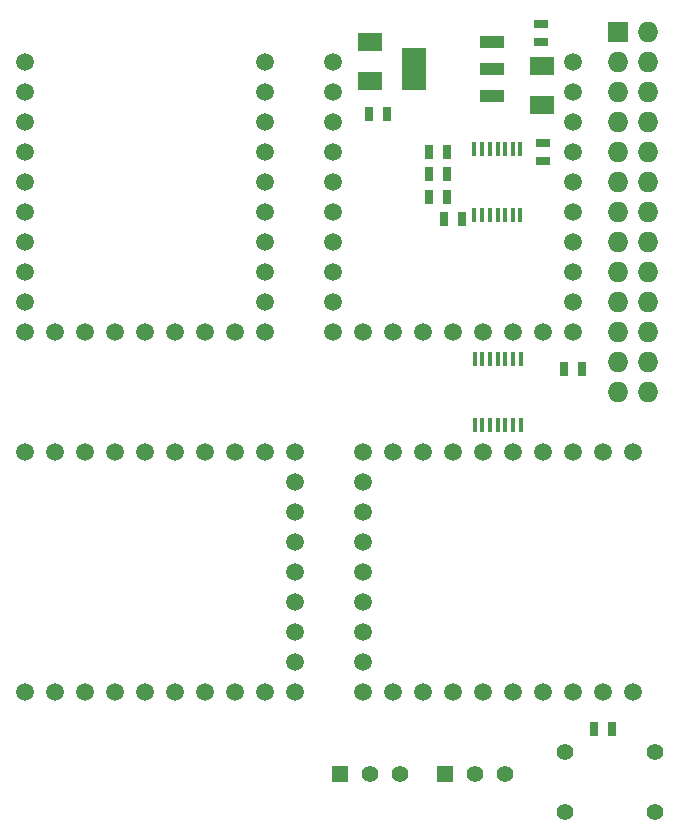
<source format=gbs>
%FSLAX46Y46*%
G04 Gerber Fmt 4.6, Leading zero omitted, Abs format (unit mm)*
G04 Created by KiCad (PCBNEW (2014-08-05 BZR 5054)-product) date vie 12 sep 2014 23:02:48 COT*
%MOMM*%
G01*
G04 APERTURE LIST*
%ADD10C,0.100000*%
%ADD11R,1.727200X1.727200*%
%ADD12O,1.727200X1.727200*%
%ADD13R,2.032000X1.524000*%
%ADD14R,0.635000X1.143000*%
%ADD15R,1.143000X0.635000*%
%ADD16R,2.032000X3.657600*%
%ADD17R,2.032000X1.016000*%
%ADD18R,0.299720X1.300480*%
%ADD19R,1.397000X1.397000*%
%ADD20C,1.397000*%
%ADD21C,1.500000*%
G04 APERTURE END LIST*
D10*
D11*
X153670000Y-83820000D03*
D12*
X156210000Y-83820000D03*
X153670000Y-86360000D03*
X156210000Y-86360000D03*
X153670000Y-88900000D03*
X156210000Y-88900000D03*
X153670000Y-91440000D03*
X156210000Y-91440000D03*
X153670000Y-93980000D03*
X156210000Y-93980000D03*
X153670000Y-96520000D03*
X156210000Y-96520000D03*
X153670000Y-99060000D03*
X156210000Y-99060000D03*
X153670000Y-101600000D03*
X156210000Y-101600000D03*
X153670000Y-104140000D03*
X156210000Y-104140000D03*
X153670000Y-106680000D03*
X156210000Y-106680000D03*
X153670000Y-109220000D03*
X156210000Y-109220000D03*
X153670000Y-111760000D03*
X156210000Y-111760000D03*
X153670000Y-114300000D03*
X156210000Y-114300000D03*
D13*
X132715000Y-88011000D03*
X132715000Y-84709000D03*
D14*
X134112000Y-90805000D03*
X132588000Y-90805000D03*
D13*
X147238000Y-89984400D03*
X147238000Y-86682400D03*
D15*
X147190000Y-83130200D03*
X147190000Y-84654200D03*
D16*
X136398000Y-86995000D03*
D17*
X143002000Y-86995000D03*
X143002000Y-89281000D03*
X143002000Y-84709000D03*
D14*
X140462000Y-99695000D03*
X138938000Y-99695000D03*
D15*
X147320000Y-93218000D03*
X147320000Y-94742000D03*
D18*
X145440400Y-99314000D03*
X144805400Y-99314000D03*
X144145000Y-99314000D03*
X143510000Y-99314000D03*
X142849600Y-99314000D03*
X142201900Y-99314000D03*
X141554200Y-99314000D03*
X141554200Y-93726000D03*
X142201900Y-93726000D03*
X142849600Y-93726000D03*
X143510000Y-93726000D03*
X144157700Y-93726000D03*
X144805400Y-93726000D03*
X145453100Y-93726000D03*
D14*
X149098000Y-112395000D03*
X150622000Y-112395000D03*
X139192000Y-93980000D03*
X137668000Y-93980000D03*
X137668000Y-97790000D03*
X139192000Y-97790000D03*
X137668000Y-95885000D03*
X139192000Y-95885000D03*
D18*
X141579600Y-111506000D03*
X142214600Y-111506000D03*
X142875000Y-111506000D03*
X143510000Y-111506000D03*
X144170400Y-111506000D03*
X144818100Y-111506000D03*
X145465800Y-111506000D03*
X145465800Y-117094000D03*
X144818100Y-117094000D03*
X144170400Y-117094000D03*
X143510000Y-117094000D03*
X142862300Y-117094000D03*
X142214600Y-117094000D03*
X141566900Y-117094000D03*
D19*
X139065000Y-146685000D03*
D20*
X141605000Y-146685000D03*
X144145000Y-146685000D03*
D19*
X130175000Y-146685000D03*
D20*
X132715000Y-146685000D03*
X135255000Y-146685000D03*
D14*
X153162000Y-142875000D03*
X151638000Y-142875000D03*
D20*
X156845000Y-144780000D03*
X156845000Y-149860000D03*
X149225000Y-144780000D03*
X149225000Y-149860000D03*
D21*
X103505000Y-119380000D03*
X106045000Y-119380000D03*
X108585000Y-119380000D03*
X111125000Y-119380000D03*
X113665000Y-119380000D03*
X116205000Y-119380000D03*
X118745000Y-119380000D03*
X121285000Y-119380000D03*
X123825000Y-119380000D03*
X126365000Y-119380000D03*
X126365000Y-121920000D03*
X126365000Y-124460000D03*
X126365000Y-127000000D03*
X126365000Y-129540000D03*
X126365000Y-132080000D03*
X126365000Y-134620000D03*
X126365000Y-137160000D03*
X126365000Y-139700000D03*
X123825000Y-139700000D03*
X121285000Y-139700000D03*
X118745000Y-139700000D03*
X116205000Y-139700000D03*
X113665000Y-139700000D03*
X111125000Y-139700000D03*
X108585000Y-139700000D03*
X106045000Y-139700000D03*
X103505000Y-139700000D03*
X123825000Y-86360000D03*
X123825000Y-88900000D03*
X123825000Y-91440000D03*
X123825000Y-93980000D03*
X123825000Y-96520000D03*
X123825000Y-99060000D03*
X123825000Y-101600000D03*
X123825000Y-104140000D03*
X123825000Y-106680000D03*
X123825000Y-109220000D03*
X121285000Y-109220000D03*
X118745000Y-109220000D03*
X116205000Y-109220000D03*
X113665000Y-109220000D03*
X111125000Y-109220000D03*
X108585000Y-109220000D03*
X106045000Y-109220000D03*
X103505000Y-109220000D03*
X103505000Y-106680000D03*
X103505000Y-104140000D03*
X103505000Y-101600000D03*
X103505000Y-99060000D03*
X103505000Y-96520000D03*
X103505000Y-93980000D03*
X103505000Y-91440000D03*
X103505000Y-88900000D03*
X103505000Y-86360000D03*
X149860000Y-86360000D03*
X149860000Y-88900000D03*
X149860000Y-91440000D03*
X149860000Y-93980000D03*
X149860000Y-96520000D03*
X149860000Y-99060000D03*
X149860000Y-101600000D03*
X149860000Y-104140000D03*
X149860000Y-106680000D03*
X149860000Y-109220000D03*
X147320000Y-109220000D03*
X144780000Y-109220000D03*
X142240000Y-109220000D03*
X139700000Y-109220000D03*
X137160000Y-109220000D03*
X134620000Y-109220000D03*
X132080000Y-109220000D03*
X129540000Y-109220000D03*
X129540000Y-106680000D03*
X129540000Y-104140000D03*
X129540000Y-101600000D03*
X129540000Y-99060000D03*
X129540000Y-96520000D03*
X129540000Y-93980000D03*
X129540000Y-91440000D03*
X129540000Y-88900000D03*
X129540000Y-86360000D03*
X154940000Y-139700000D03*
X152400000Y-139700000D03*
X149860000Y-139700000D03*
X147320000Y-139700000D03*
X144780000Y-139700000D03*
X142240000Y-139700000D03*
X139700000Y-139700000D03*
X137160000Y-139700000D03*
X134620000Y-139700000D03*
X132080000Y-139700000D03*
X132080000Y-137160000D03*
X132080000Y-134620000D03*
X132080000Y-132080000D03*
X132080000Y-129540000D03*
X132080000Y-127000000D03*
X132080000Y-124460000D03*
X132080000Y-121920000D03*
X132080000Y-119380000D03*
X134620000Y-119380000D03*
X137160000Y-119380000D03*
X139700000Y-119380000D03*
X142240000Y-119380000D03*
X144780000Y-119380000D03*
X147320000Y-119380000D03*
X149860000Y-119380000D03*
X152400000Y-119380000D03*
X154940000Y-119380000D03*
M02*

</source>
